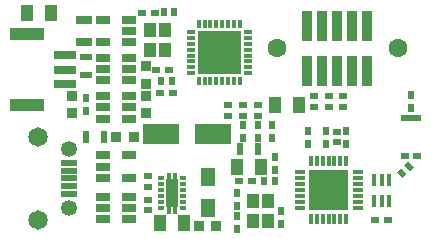
<source format=gbr>
G04 #@! TF.FileFunction,Soldermask,Top*
%FSLAX46Y46*%
G04 Gerber Fmt 4.6, Leading zero omitted, Abs format (unit mm)*
G04 Created by KiCad (PCBNEW 4.0.2-stable) date 2016-06-02 00:43:14*
%MOMM*%
G01*
G04 APERTURE LIST*
%ADD10C,0.100000*%
%ADD11R,0.840000X2.650000*%
%ADD12C,1.600000*%
%ADD13R,0.500000X0.700000*%
%ADD14R,1.100000X1.350000*%
%ADD15R,0.800000X0.350000*%
%ADD16R,0.350000X0.800000*%
%ADD17R,1.825000X1.825000*%
%ADD18R,1.450000X0.500000*%
%ADD19C,1.350000*%
%ADD20C,1.650000*%
%ADD21R,0.700000X0.600000*%
%ADD22R,0.600000X0.700000*%
%ADD23R,0.900000X0.850000*%
%ADD24R,0.850000X0.900000*%
%ADD25R,0.600000X1.000000*%
%ADD26R,1.000000X0.600000*%
%ADD27R,1.300000X1.600000*%
%ADD28R,0.450000X1.100000*%
%ADD29R,1.400000X0.800000*%
%ADD30R,0.700000X0.500000*%
%ADD31R,1.160000X0.750000*%
%ADD32O,0.950000X0.400000*%
%ADD33O,0.400000X0.950000*%
%ADD34R,1.775000X1.775000*%
%ADD35R,0.600000X0.380000*%
%ADD36R,0.350000X0.700000*%
%ADD37R,1.000000X2.400000*%
%ADD38R,1.100000X1.300000*%
%ADD39R,1.700000X0.500000*%
%ADD40R,1.900000X0.700000*%
%ADD41R,2.900000X1.100000*%
%ADD42R,3.099740X1.700200*%
G04 APERTURE END LIST*
D10*
D11*
X65210000Y-45905000D03*
X65210000Y-42095000D03*
X66480000Y-45905000D03*
X66480000Y-42095000D03*
X67750000Y-45905000D03*
X67750000Y-42095000D03*
X69020000Y-45905000D03*
X69020000Y-42095000D03*
X70290000Y-45905000D03*
X70290000Y-42095000D03*
D12*
X72850000Y-44000000D03*
X62650000Y-44000000D03*
D13*
X53050000Y-40900000D03*
X53950000Y-40900000D03*
D14*
X62500000Y-48750000D03*
X64500000Y-48750000D03*
D15*
X55350000Y-42600000D03*
X55350000Y-43100000D03*
X55350000Y-43600000D03*
X55350000Y-44100000D03*
X55350000Y-44600000D03*
X55350000Y-45100000D03*
X55350000Y-45600000D03*
X55350000Y-46100000D03*
D16*
X56000000Y-46750000D03*
X56500000Y-46750000D03*
X57000000Y-46750000D03*
X57500000Y-46750000D03*
X58000000Y-46750000D03*
X58500000Y-46750000D03*
X59000000Y-46750000D03*
X59500000Y-46750000D03*
D15*
X60150000Y-46100000D03*
X60150000Y-45600000D03*
X60150000Y-45100000D03*
X60150000Y-44600000D03*
X60150000Y-44100000D03*
X60150000Y-43600000D03*
X60150000Y-43100000D03*
X60150000Y-42600000D03*
D16*
X59500000Y-41950000D03*
X59000000Y-41950000D03*
X58500000Y-41950000D03*
X58000000Y-41950000D03*
X57500000Y-41950000D03*
X57000000Y-41950000D03*
X56500000Y-41950000D03*
X56000000Y-41950000D03*
D17*
X58612500Y-45212500D03*
X58612500Y-43487500D03*
X56887500Y-45212500D03*
X56887500Y-43487500D03*
D18*
X45062540Y-53699100D03*
X45062540Y-54349100D03*
X45062540Y-54999100D03*
X45062540Y-55649100D03*
X45062540Y-56299100D03*
D19*
X45062540Y-52499100D03*
X45062540Y-57499100D03*
D20*
X42362540Y-51499100D03*
X42362540Y-58499100D03*
D21*
X53450000Y-45800000D03*
X52350000Y-45800000D03*
D22*
X62250000Y-50450000D03*
X62250000Y-51550000D03*
D21*
X52300000Y-41000000D03*
X51200000Y-41000000D03*
D22*
X59750000Y-50450000D03*
X59750000Y-51550000D03*
X61000000Y-50450000D03*
X61000000Y-51550000D03*
D23*
X49000000Y-51500000D03*
X50500000Y-51500000D03*
D22*
X65250000Y-52050000D03*
X65250000Y-50950000D03*
X46500000Y-48200000D03*
X46500000Y-49300000D03*
D21*
X60550000Y-55250000D03*
X59450000Y-55250000D03*
D23*
X56000000Y-59000000D03*
X57500000Y-59000000D03*
D22*
X63000000Y-58850000D03*
X63000000Y-57750000D03*
D14*
X54750000Y-58750000D03*
X52750000Y-58750000D03*
D21*
X52700000Y-47750000D03*
X53800000Y-47750000D03*
D22*
X66750000Y-52050000D03*
X66750000Y-50950000D03*
X59250000Y-59300000D03*
X59250000Y-58200000D03*
X59250000Y-57300000D03*
X59250000Y-56200000D03*
D24*
X51500000Y-48000000D03*
X51500000Y-49500000D03*
D21*
X70950000Y-58500000D03*
X72050000Y-58500000D03*
D22*
X68500000Y-52050000D03*
X68500000Y-50950000D03*
X62500000Y-53200000D03*
X62500000Y-54300000D03*
D24*
X51500000Y-47000000D03*
X51500000Y-45500000D03*
D14*
X59250000Y-54000000D03*
X61250000Y-54000000D03*
X43500000Y-41000000D03*
X41500000Y-41000000D03*
D22*
X74000000Y-49050000D03*
X74000000Y-47950000D03*
D25*
X46500000Y-51500000D03*
X48000000Y-51500000D03*
D26*
X46500000Y-44750000D03*
X46500000Y-46250000D03*
D25*
X59500000Y-52500000D03*
X61000000Y-52500000D03*
D27*
X56750000Y-57550000D03*
X56750000Y-54850000D03*
D28*
X72150000Y-55100000D03*
X71500000Y-55100000D03*
X70850000Y-55100000D03*
X70850000Y-56900000D03*
X71500000Y-56900000D03*
X72150000Y-56900000D03*
D29*
X46250000Y-43450000D03*
X46250000Y-41550000D03*
D30*
X65750000Y-48050000D03*
X65750000Y-48950000D03*
X67000000Y-48050000D03*
X67000000Y-48950000D03*
X68250000Y-48050000D03*
X68250000Y-48950000D03*
X67750000Y-51950000D03*
X67750000Y-51050000D03*
D13*
X61550000Y-55250000D03*
X62450000Y-55250000D03*
D30*
X51750000Y-56800000D03*
X51750000Y-57700000D03*
X58500000Y-48800000D03*
X58500000Y-49700000D03*
X59750000Y-49700000D03*
X59750000Y-48800000D03*
X61000000Y-49700000D03*
X61000000Y-48800000D03*
D13*
X53700000Y-46750000D03*
X52800000Y-46750000D03*
D30*
X51750000Y-55700000D03*
X51750000Y-54800000D03*
D31*
X47900000Y-56550000D03*
X47900000Y-57500000D03*
X47900000Y-58450000D03*
X50100000Y-58450000D03*
X50100000Y-56550000D03*
X50100000Y-57500000D03*
X47900000Y-53050000D03*
X47900000Y-54000000D03*
X47900000Y-54950000D03*
X50100000Y-54950000D03*
X50100000Y-53050000D03*
D32*
X64550000Y-54500000D03*
X64550000Y-55000000D03*
X64550000Y-55500000D03*
X64550000Y-56000000D03*
X64550000Y-56500000D03*
X64550000Y-57000000D03*
X64550000Y-57500000D03*
D33*
X65500000Y-58450000D03*
X66000000Y-58450000D03*
X66500000Y-58450000D03*
X67000000Y-58450000D03*
X67500000Y-58450000D03*
X68000000Y-58450000D03*
X68500000Y-58450000D03*
D32*
X69450000Y-57500000D03*
X69450000Y-57000000D03*
X69450000Y-56500000D03*
X69450000Y-56000000D03*
X69450000Y-55500000D03*
X69450000Y-55000000D03*
X69450000Y-54500000D03*
D33*
X68500000Y-53550000D03*
X68000000Y-53550000D03*
X67500000Y-53550000D03*
X67000000Y-53550000D03*
X66500000Y-53550000D03*
X66000000Y-53550000D03*
X65500000Y-53550000D03*
D34*
X67837500Y-56837500D03*
X67837500Y-55162500D03*
X66162500Y-56837500D03*
X66162500Y-55162500D03*
D35*
X54700000Y-57500000D03*
X54700000Y-57000000D03*
X54700000Y-56500000D03*
X54700000Y-56000000D03*
X54700000Y-55500000D03*
X54700000Y-55000000D03*
X52800000Y-55000000D03*
X52800000Y-55500000D03*
X52800000Y-56000000D03*
X52800000Y-56500000D03*
X52800000Y-57000000D03*
X52800000Y-57500000D03*
D36*
X53500000Y-54850000D03*
X54000000Y-54850000D03*
X53500000Y-57650000D03*
X54000000Y-57650000D03*
D37*
X53750000Y-56250000D03*
D31*
X47900000Y-48050000D03*
X47900000Y-49000000D03*
X47900000Y-49950000D03*
X50100000Y-49950000D03*
X50100000Y-48050000D03*
X50100000Y-49000000D03*
X50100000Y-43450000D03*
X50100000Y-42500000D03*
X50100000Y-41550000D03*
X47900000Y-41550000D03*
X47900000Y-43450000D03*
D38*
X53150000Y-44100000D03*
X53150000Y-42400000D03*
X51850000Y-42400000D03*
X51850000Y-44100000D03*
X60600000Y-56900000D03*
X60600000Y-58600000D03*
X61900000Y-58600000D03*
X61900000Y-56900000D03*
D30*
X73500000Y-53100000D03*
X74500000Y-53100000D03*
D39*
X74000000Y-49900000D03*
D24*
X45250000Y-48000000D03*
X45250000Y-49500000D03*
D40*
X44700000Y-44550000D03*
X44700000Y-45800000D03*
X44700000Y-47050000D03*
D41*
X41500000Y-48800000D03*
X41500000Y-42800000D03*
D31*
X50100000Y-46700000D03*
X50100000Y-45750000D03*
X50100000Y-44800000D03*
X47900000Y-44800000D03*
X47900000Y-46700000D03*
X47900000Y-45750000D03*
D42*
X52800360Y-51250000D03*
X57199640Y-51250000D03*
D10*
G36*
X73252513Y-54992462D02*
X72757538Y-54497487D01*
X73111091Y-54143934D01*
X73606066Y-54638909D01*
X73252513Y-54992462D01*
X73252513Y-54992462D01*
G37*
G36*
X73888909Y-54356066D02*
X73393934Y-53861091D01*
X73747487Y-53507538D01*
X74242462Y-54002513D01*
X73888909Y-54356066D01*
X73888909Y-54356066D01*
G37*
M02*

</source>
